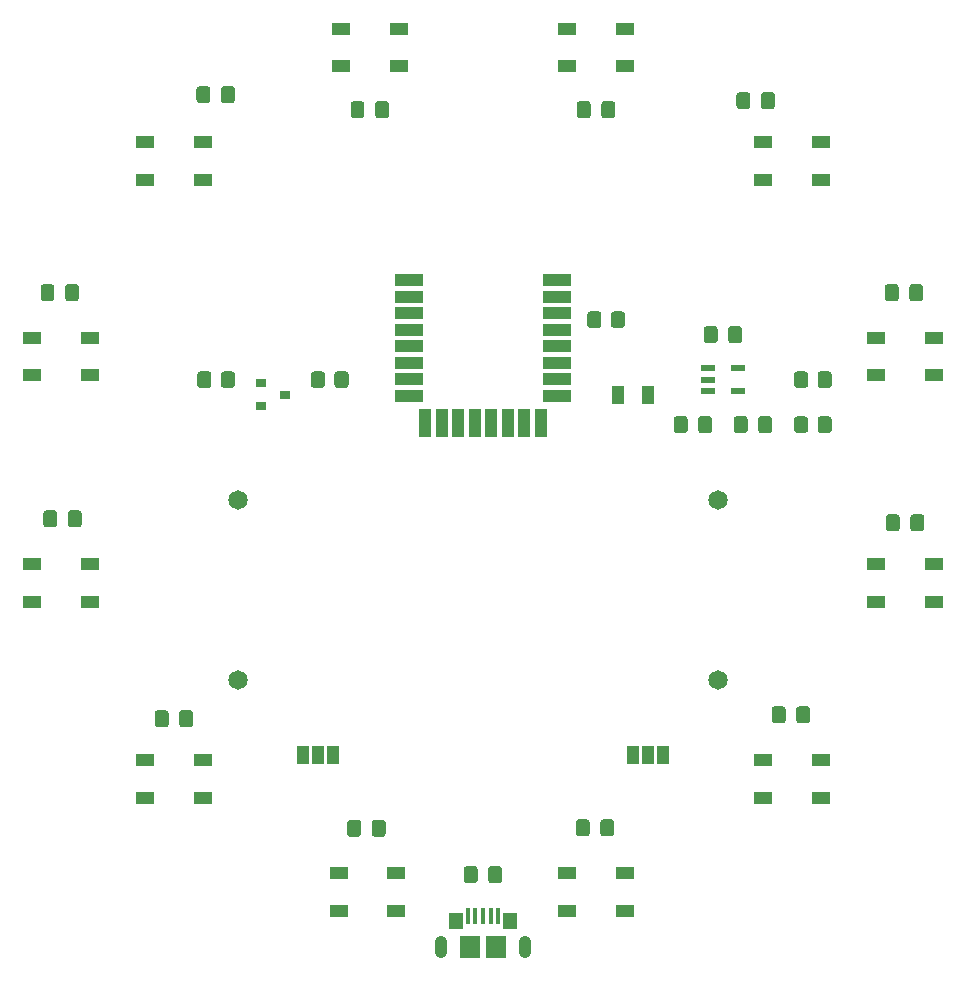
<source format=gbr>
%TF.GenerationSoftware,KiCad,Pcbnew,(5.1.10)-1*%
%TF.CreationDate,2022-01-27T09:42:42-08:00*%
%TF.ProjectId,Hive PCB v0.1,48697665-2050-4434-9220-76302e312e6b,rev?*%
%TF.SameCoordinates,Original*%
%TF.FileFunction,Soldermask,Top*%
%TF.FilePolarity,Negative*%
%FSLAX46Y46*%
G04 Gerber Fmt 4.6, Leading zero omitted, Abs format (unit mm)*
G04 Created by KiCad (PCBNEW (5.1.10)-1) date 2022-01-27 09:42:42*
%MOMM*%
%LPD*%
G01*
G04 APERTURE LIST*
%ADD10R,2.450000X1.000000*%
%ADD11R,1.000000X2.450000*%
%ADD12R,1.000000X1.500000*%
%ADD13C,1.651000*%
%ADD14R,1.500000X1.000000*%
%ADD15R,1.150000X1.450000*%
%ADD16O,1.050000X1.900000*%
%ADD17R,1.750000X1.900000*%
%ADD18R,0.400000X1.400000*%
%ADD19R,0.900000X0.800000*%
%ADD20R,1.200000X0.600000*%
G04 APERTURE END LIST*
D10*
%TO.C,UWB_Module*%
X146000000Y-85561200D03*
X146000000Y-86961200D03*
X146000000Y-88361200D03*
X146000000Y-89761200D03*
X146000000Y-91161200D03*
X146000000Y-92561200D03*
X146000000Y-93960000D03*
X146000000Y-95360000D03*
D11*
X144600000Y-97656200D03*
X143200000Y-97656200D03*
X141800000Y-97656200D03*
X140400000Y-97656200D03*
X139000000Y-97656200D03*
X137600000Y-97656200D03*
X136200000Y-97656200D03*
X134800000Y-97656200D03*
D10*
X133400000Y-95361200D03*
X133400000Y-93961200D03*
X133400000Y-92561200D03*
X133400000Y-91161200D03*
X133400000Y-89761200D03*
X133400000Y-88361200D03*
X133400000Y-86961200D03*
X133400000Y-85561200D03*
%TD*%
D12*
%TO.C,JP2*%
X152370000Y-125730000D03*
X153670000Y-125730000D03*
X154970000Y-125730000D03*
%TD*%
%TO.C,JP1*%
X124430000Y-125730000D03*
X125730000Y-125730000D03*
X127030000Y-125730000D03*
%TD*%
D13*
%TO.C,Arduino_Nano_33*%
X118970000Y-119380000D03*
X118970000Y-104140000D03*
X159610000Y-104140000D03*
X159610000Y-119380000D03*
%TD*%
%TO.C,C1*%
G36*
G01*
X147651304Y-71595000D02*
X147651304Y-70645000D01*
G75*
G02*
X147901304Y-70395000I250000J0D01*
G01*
X148576304Y-70395000D01*
G75*
G02*
X148826304Y-70645000I0J-250000D01*
G01*
X148826304Y-71595000D01*
G75*
G02*
X148576304Y-71845000I-250000J0D01*
G01*
X147901304Y-71845000D01*
G75*
G02*
X147651304Y-71595000I0J250000D01*
G01*
G37*
G36*
G01*
X149726304Y-71595000D02*
X149726304Y-70645000D01*
G75*
G02*
X149976304Y-70395000I250000J0D01*
G01*
X150651304Y-70395000D01*
G75*
G02*
X150901304Y-70645000I0J-250000D01*
G01*
X150901304Y-71595000D01*
G75*
G02*
X150651304Y-71845000I-250000J0D01*
G01*
X149976304Y-71845000D01*
G75*
G02*
X149726304Y-71595000I0J250000D01*
G01*
G37*
%TD*%
%TO.C,C2*%
G36*
G01*
X161167500Y-70832050D02*
X161167500Y-69882050D01*
G75*
G02*
X161417500Y-69632050I250000J0D01*
G01*
X162092500Y-69632050D01*
G75*
G02*
X162342500Y-69882050I0J-250000D01*
G01*
X162342500Y-70832050D01*
G75*
G02*
X162092500Y-71082050I-250000J0D01*
G01*
X161417500Y-71082050D01*
G75*
G02*
X161167500Y-70832050I0J250000D01*
G01*
G37*
G36*
G01*
X163242500Y-70832050D02*
X163242500Y-69882050D01*
G75*
G02*
X163492500Y-69632050I250000J0D01*
G01*
X164167500Y-69632050D01*
G75*
G02*
X164417500Y-69882050I0J-250000D01*
G01*
X164417500Y-70832050D01*
G75*
G02*
X164167500Y-71082050I-250000J0D01*
G01*
X163492500Y-71082050D01*
G75*
G02*
X163242500Y-70832050I0J250000D01*
G01*
G37*
%TD*%
%TO.C,C3*%
G36*
G01*
X175799255Y-87088696D02*
X175799255Y-86138696D01*
G75*
G02*
X176049255Y-85888696I250000J0D01*
G01*
X176724255Y-85888696D01*
G75*
G02*
X176974255Y-86138696I0J-250000D01*
G01*
X176974255Y-87088696D01*
G75*
G02*
X176724255Y-87338696I-250000J0D01*
G01*
X176049255Y-87338696D01*
G75*
G02*
X175799255Y-87088696I0J250000D01*
G01*
G37*
G36*
G01*
X173724255Y-87088696D02*
X173724255Y-86138696D01*
G75*
G02*
X173974255Y-85888696I250000J0D01*
G01*
X174649255Y-85888696D01*
G75*
G02*
X174899255Y-86138696I0J-250000D01*
G01*
X174899255Y-87088696D01*
G75*
G02*
X174649255Y-87338696I-250000J0D01*
G01*
X173974255Y-87338696D01*
G75*
G02*
X173724255Y-87088696I0J250000D01*
G01*
G37*
%TD*%
%TO.C,C4*%
G36*
G01*
X173814255Y-106571304D02*
X173814255Y-105621304D01*
G75*
G02*
X174064255Y-105371304I250000J0D01*
G01*
X174739255Y-105371304D01*
G75*
G02*
X174989255Y-105621304I0J-250000D01*
G01*
X174989255Y-106571304D01*
G75*
G02*
X174739255Y-106821304I-250000J0D01*
G01*
X174064255Y-106821304D01*
G75*
G02*
X173814255Y-106571304I0J250000D01*
G01*
G37*
G36*
G01*
X175889255Y-106571304D02*
X175889255Y-105621304D01*
G75*
G02*
X176139255Y-105371304I250000J0D01*
G01*
X176814255Y-105371304D01*
G75*
G02*
X177064255Y-105621304I0J-250000D01*
G01*
X177064255Y-106571304D01*
G75*
G02*
X176814255Y-106821304I-250000J0D01*
G01*
X176139255Y-106821304D01*
G75*
G02*
X175889255Y-106571304I0J250000D01*
G01*
G37*
%TD*%
%TO.C,C5*%
G36*
G01*
X166222950Y-122827950D02*
X166222950Y-121877950D01*
G75*
G02*
X166472950Y-121627950I250000J0D01*
G01*
X167147950Y-121627950D01*
G75*
G02*
X167397950Y-121877950I0J-250000D01*
G01*
X167397950Y-122827950D01*
G75*
G02*
X167147950Y-123077950I-250000J0D01*
G01*
X166472950Y-123077950D01*
G75*
G02*
X166222950Y-122827950I0J250000D01*
G01*
G37*
G36*
G01*
X164147950Y-122827950D02*
X164147950Y-121877950D01*
G75*
G02*
X164397950Y-121627950I250000J0D01*
G01*
X165072950Y-121627950D01*
G75*
G02*
X165322950Y-121877950I0J-250000D01*
G01*
X165322950Y-122827950D01*
G75*
G02*
X165072950Y-123077950I-250000J0D01*
G01*
X164397950Y-123077950D01*
G75*
G02*
X164147950Y-122827950I0J250000D01*
G01*
G37*
%TD*%
%TO.C,C6*%
G36*
G01*
X147561304Y-132404255D02*
X147561304Y-131454255D01*
G75*
G02*
X147811304Y-131204255I250000J0D01*
G01*
X148486304Y-131204255D01*
G75*
G02*
X148736304Y-131454255I0J-250000D01*
G01*
X148736304Y-132404255D01*
G75*
G02*
X148486304Y-132654255I-250000J0D01*
G01*
X147811304Y-132654255D01*
G75*
G02*
X147561304Y-132404255I0J250000D01*
G01*
G37*
G36*
G01*
X149636304Y-132404255D02*
X149636304Y-131454255D01*
G75*
G02*
X149886304Y-131204255I250000J0D01*
G01*
X150561304Y-131204255D01*
G75*
G02*
X150811304Y-131454255I0J-250000D01*
G01*
X150811304Y-132404255D01*
G75*
G02*
X150561304Y-132654255I-250000J0D01*
G01*
X149886304Y-132654255D01*
G75*
G02*
X149636304Y-132404255I0J250000D01*
G01*
G37*
%TD*%
%TO.C,C7*%
G36*
G01*
X128213375Y-132441328D02*
X128213375Y-131491328D01*
G75*
G02*
X128463375Y-131241328I250000J0D01*
G01*
X129138375Y-131241328D01*
G75*
G02*
X129388375Y-131491328I0J-250000D01*
G01*
X129388375Y-132441328D01*
G75*
G02*
X129138375Y-132691328I-250000J0D01*
G01*
X128463375Y-132691328D01*
G75*
G02*
X128213375Y-132441328I0J250000D01*
G01*
G37*
G36*
G01*
X130288375Y-132441328D02*
X130288375Y-131491328D01*
G75*
G02*
X130538375Y-131241328I250000J0D01*
G01*
X131213375Y-131241328D01*
G75*
G02*
X131463375Y-131491328I0J-250000D01*
G01*
X131463375Y-132441328D01*
G75*
G02*
X131213375Y-132691328I-250000J0D01*
G01*
X130538375Y-132691328D01*
G75*
G02*
X130288375Y-132441328I0J250000D01*
G01*
G37*
%TD*%
%TO.C,C8*%
G36*
G01*
X113987050Y-123157950D02*
X113987050Y-122207950D01*
G75*
G02*
X114237050Y-121957950I250000J0D01*
G01*
X114912050Y-121957950D01*
G75*
G02*
X115162050Y-122207950I0J-250000D01*
G01*
X115162050Y-123157950D01*
G75*
G02*
X114912050Y-123407950I-250000J0D01*
G01*
X114237050Y-123407950D01*
G75*
G02*
X113987050Y-123157950I0J250000D01*
G01*
G37*
G36*
G01*
X111912050Y-123157950D02*
X111912050Y-122207950D01*
G75*
G02*
X112162050Y-121957950I250000J0D01*
G01*
X112837050Y-121957950D01*
G75*
G02*
X113087050Y-122207950I0J-250000D01*
G01*
X113087050Y-123157950D01*
G75*
G02*
X112837050Y-123407950I-250000J0D01*
G01*
X112162050Y-123407950D01*
G75*
G02*
X111912050Y-123157950I0J250000D01*
G01*
G37*
%TD*%
%TO.C,C9*%
G36*
G01*
X104553245Y-106241304D02*
X104553245Y-105291304D01*
G75*
G02*
X104803245Y-105041304I250000J0D01*
G01*
X105478245Y-105041304D01*
G75*
G02*
X105728245Y-105291304I0J-250000D01*
G01*
X105728245Y-106241304D01*
G75*
G02*
X105478245Y-106491304I-250000J0D01*
G01*
X104803245Y-106491304D01*
G75*
G02*
X104553245Y-106241304I0J250000D01*
G01*
G37*
G36*
G01*
X102478245Y-106241304D02*
X102478245Y-105291304D01*
G75*
G02*
X102728245Y-105041304I250000J0D01*
G01*
X103403245Y-105041304D01*
G75*
G02*
X103653245Y-105291304I0J-250000D01*
G01*
X103653245Y-106241304D01*
G75*
G02*
X103403245Y-106491304I-250000J0D01*
G01*
X102728245Y-106491304D01*
G75*
G02*
X102478245Y-106241304I0J250000D01*
G01*
G37*
%TD*%
%TO.C,C10*%
G36*
G01*
X102245745Y-87088696D02*
X102245745Y-86138696D01*
G75*
G02*
X102495745Y-85888696I250000J0D01*
G01*
X103170745Y-85888696D01*
G75*
G02*
X103420745Y-86138696I0J-250000D01*
G01*
X103420745Y-87088696D01*
G75*
G02*
X103170745Y-87338696I-250000J0D01*
G01*
X102495745Y-87338696D01*
G75*
G02*
X102245745Y-87088696I0J250000D01*
G01*
G37*
G36*
G01*
X104320745Y-87088696D02*
X104320745Y-86138696D01*
G75*
G02*
X104570745Y-85888696I250000J0D01*
G01*
X105245745Y-85888696D01*
G75*
G02*
X105495745Y-86138696I0J-250000D01*
G01*
X105495745Y-87088696D01*
G75*
G02*
X105245745Y-87338696I-250000J0D01*
G01*
X104570745Y-87338696D01*
G75*
G02*
X104320745Y-87088696I0J250000D01*
G01*
G37*
%TD*%
%TO.C,C11*%
G36*
G01*
X117522500Y-70325000D02*
X117522500Y-69375000D01*
G75*
G02*
X117772500Y-69125000I250000J0D01*
G01*
X118447500Y-69125000D01*
G75*
G02*
X118697500Y-69375000I0J-250000D01*
G01*
X118697500Y-70325000D01*
G75*
G02*
X118447500Y-70575000I-250000J0D01*
G01*
X117772500Y-70575000D01*
G75*
G02*
X117522500Y-70325000I0J250000D01*
G01*
G37*
G36*
G01*
X115447500Y-70325000D02*
X115447500Y-69375000D01*
G75*
G02*
X115697500Y-69125000I250000J0D01*
G01*
X116372500Y-69125000D01*
G75*
G02*
X116622500Y-69375000I0J-250000D01*
G01*
X116622500Y-70325000D01*
G75*
G02*
X116372500Y-70575000I-250000J0D01*
G01*
X115697500Y-70575000D01*
G75*
G02*
X115447500Y-70325000I0J250000D01*
G01*
G37*
%TD*%
%TO.C,C12*%
G36*
G01*
X128498696Y-71595000D02*
X128498696Y-70645000D01*
G75*
G02*
X128748696Y-70395000I250000J0D01*
G01*
X129423696Y-70395000D01*
G75*
G02*
X129673696Y-70645000I0J-250000D01*
G01*
X129673696Y-71595000D01*
G75*
G02*
X129423696Y-71845000I-250000J0D01*
G01*
X128748696Y-71845000D01*
G75*
G02*
X128498696Y-71595000I0J250000D01*
G01*
G37*
G36*
G01*
X130573696Y-71595000D02*
X130573696Y-70645000D01*
G75*
G02*
X130823696Y-70395000I250000J0D01*
G01*
X131498696Y-70395000D01*
G75*
G02*
X131748696Y-70645000I0J-250000D01*
G01*
X131748696Y-71595000D01*
G75*
G02*
X131498696Y-71845000I-250000J0D01*
G01*
X130823696Y-71845000D01*
G75*
G02*
X130573696Y-71595000I0J250000D01*
G01*
G37*
%TD*%
%TO.C,C13*%
G36*
G01*
X158395000Y-90645000D02*
X158395000Y-89695000D01*
G75*
G02*
X158645000Y-89445000I250000J0D01*
G01*
X159320000Y-89445000D01*
G75*
G02*
X159570000Y-89695000I0J-250000D01*
G01*
X159570000Y-90645000D01*
G75*
G02*
X159320000Y-90895000I-250000J0D01*
G01*
X158645000Y-90895000D01*
G75*
G02*
X158395000Y-90645000I0J250000D01*
G01*
G37*
G36*
G01*
X160470000Y-90645000D02*
X160470000Y-89695000D01*
G75*
G02*
X160720000Y-89445000I250000J0D01*
G01*
X161395000Y-89445000D01*
G75*
G02*
X161645000Y-89695000I0J-250000D01*
G01*
X161645000Y-90645000D01*
G75*
G02*
X161395000Y-90895000I-250000J0D01*
G01*
X160720000Y-90895000D01*
G75*
G02*
X160470000Y-90645000I0J250000D01*
G01*
G37*
%TD*%
%TO.C,C14*%
G36*
G01*
X155855000Y-98265000D02*
X155855000Y-97315000D01*
G75*
G02*
X156105000Y-97065000I250000J0D01*
G01*
X156780000Y-97065000D01*
G75*
G02*
X157030000Y-97315000I0J-250000D01*
G01*
X157030000Y-98265000D01*
G75*
G02*
X156780000Y-98515000I-250000J0D01*
G01*
X156105000Y-98515000D01*
G75*
G02*
X155855000Y-98265000I0J250000D01*
G01*
G37*
G36*
G01*
X157930000Y-98265000D02*
X157930000Y-97315000D01*
G75*
G02*
X158180000Y-97065000I250000J0D01*
G01*
X158855000Y-97065000D01*
G75*
G02*
X159105000Y-97315000I0J-250000D01*
G01*
X159105000Y-98265000D01*
G75*
G02*
X158855000Y-98515000I-250000J0D01*
G01*
X158180000Y-98515000D01*
G75*
G02*
X157930000Y-98265000I0J250000D01*
G01*
G37*
%TD*%
%TO.C,C15*%
G36*
G01*
X160935000Y-98265000D02*
X160935000Y-97315000D01*
G75*
G02*
X161185000Y-97065000I250000J0D01*
G01*
X161860000Y-97065000D01*
G75*
G02*
X162110000Y-97315000I0J-250000D01*
G01*
X162110000Y-98265000D01*
G75*
G02*
X161860000Y-98515000I-250000J0D01*
G01*
X161185000Y-98515000D01*
G75*
G02*
X160935000Y-98265000I0J250000D01*
G01*
G37*
G36*
G01*
X163010000Y-98265000D02*
X163010000Y-97315000D01*
G75*
G02*
X163260000Y-97065000I250000J0D01*
G01*
X163935000Y-97065000D01*
G75*
G02*
X164185000Y-97315000I0J-250000D01*
G01*
X164185000Y-98265000D01*
G75*
G02*
X163935000Y-98515000I-250000J0D01*
G01*
X163260000Y-98515000D01*
G75*
G02*
X163010000Y-98265000I0J250000D01*
G01*
G37*
%TD*%
%TO.C,C16*%
G36*
G01*
X140150000Y-136365000D02*
X140150000Y-135415000D01*
G75*
G02*
X140400000Y-135165000I250000J0D01*
G01*
X141075000Y-135165000D01*
G75*
G02*
X141325000Y-135415000I0J-250000D01*
G01*
X141325000Y-136365000D01*
G75*
G02*
X141075000Y-136615000I-250000J0D01*
G01*
X140400000Y-136615000D01*
G75*
G02*
X140150000Y-136365000I0J250000D01*
G01*
G37*
G36*
G01*
X138075000Y-136365000D02*
X138075000Y-135415000D01*
G75*
G02*
X138325000Y-135165000I250000J0D01*
G01*
X139000000Y-135165000D01*
G75*
G02*
X139250000Y-135415000I0J-250000D01*
G01*
X139250000Y-136365000D01*
G75*
G02*
X139000000Y-136615000I-250000J0D01*
G01*
X138325000Y-136615000D01*
G75*
G02*
X138075000Y-136365000I0J250000D01*
G01*
G37*
%TD*%
D14*
%TO.C,D1*%
X146826304Y-64260745D03*
X146826304Y-67460745D03*
X151726304Y-64260745D03*
X151726304Y-67460745D03*
%TD*%
%TO.C,D2*%
X168312950Y-77037050D03*
X168312950Y-73837050D03*
X163412950Y-77037050D03*
X163412950Y-73837050D03*
%TD*%
%TO.C,D3*%
X172989255Y-90423696D03*
X172989255Y-93623696D03*
X177889255Y-90423696D03*
X177889255Y-93623696D03*
%TD*%
%TO.C,D4*%
X177889255Y-112776304D03*
X177889255Y-109576304D03*
X172989255Y-112776304D03*
X172989255Y-109576304D03*
%TD*%
%TO.C,D5*%
X163412950Y-126162950D03*
X163412950Y-129362950D03*
X168312950Y-126162950D03*
X168312950Y-129362950D03*
%TD*%
%TO.C,D6*%
X151726304Y-138939255D03*
X151726304Y-135739255D03*
X146826304Y-138939255D03*
X146826304Y-135739255D03*
%TD*%
%TO.C,D7*%
X132378375Y-138976328D03*
X132378375Y-135776328D03*
X127478375Y-138976328D03*
X127478375Y-135776328D03*
%TD*%
%TO.C,D8*%
X111087050Y-126162950D03*
X111087050Y-129362950D03*
X115987050Y-126162950D03*
X115987050Y-129362950D03*
%TD*%
%TO.C,D9*%
X106410745Y-112776304D03*
X106410745Y-109576304D03*
X101510745Y-112776304D03*
X101510745Y-109576304D03*
%TD*%
%TO.C,D10*%
X106410745Y-93623696D03*
X106410745Y-90423696D03*
X101510745Y-93623696D03*
X101510745Y-90423696D03*
%TD*%
%TO.C,D11*%
X111087050Y-73837050D03*
X111087050Y-77037050D03*
X115987050Y-73837050D03*
X115987050Y-77037050D03*
%TD*%
%TO.C,D12*%
X132573696Y-67460745D03*
X132573696Y-64260745D03*
X127673696Y-67460745D03*
X127673696Y-64260745D03*
%TD*%
D15*
%TO.C,J1*%
X137380000Y-139813000D03*
X142020000Y-139813000D03*
D16*
X143275000Y-142043000D03*
X136125000Y-142043000D03*
D17*
X138575000Y-142043000D03*
D18*
X139700000Y-139393000D03*
X140350000Y-139393000D03*
X141000000Y-139393000D03*
X138400000Y-139393000D03*
X139050000Y-139393000D03*
D17*
X140825000Y-142043000D03*
%TD*%
D12*
%TO.C,L1*%
X153650000Y-95250000D03*
X151150000Y-95250000D03*
%TD*%
D19*
%TO.C,Q1*%
X122920000Y-95250000D03*
X120920000Y-96200000D03*
X120920000Y-94300000D03*
%TD*%
%TO.C,R1*%
G36*
G01*
X150530000Y-89350001D02*
X150530000Y-88449999D01*
G75*
G02*
X150779999Y-88200000I249999J0D01*
G01*
X151480001Y-88200000D01*
G75*
G02*
X151730000Y-88449999I0J-249999D01*
G01*
X151730000Y-89350001D01*
G75*
G02*
X151480001Y-89600000I-249999J0D01*
G01*
X150779999Y-89600000D01*
G75*
G02*
X150530000Y-89350001I0J249999D01*
G01*
G37*
G36*
G01*
X148530000Y-89350001D02*
X148530000Y-88449999D01*
G75*
G02*
X148779999Y-88200000I249999J0D01*
G01*
X149480001Y-88200000D01*
G75*
G02*
X149730000Y-88449999I0J-249999D01*
G01*
X149730000Y-89350001D01*
G75*
G02*
X149480001Y-89600000I-249999J0D01*
G01*
X148779999Y-89600000D01*
G75*
G02*
X148530000Y-89350001I0J249999D01*
G01*
G37*
%TD*%
%TO.C,R2*%
G36*
G01*
X166040000Y-94430001D02*
X166040000Y-93529999D01*
G75*
G02*
X166289999Y-93280000I249999J0D01*
G01*
X166990001Y-93280000D01*
G75*
G02*
X167240000Y-93529999I0J-249999D01*
G01*
X167240000Y-94430001D01*
G75*
G02*
X166990001Y-94680000I-249999J0D01*
G01*
X166289999Y-94680000D01*
G75*
G02*
X166040000Y-94430001I0J249999D01*
G01*
G37*
G36*
G01*
X168040000Y-94430001D02*
X168040000Y-93529999D01*
G75*
G02*
X168289999Y-93280000I249999J0D01*
G01*
X168990001Y-93280000D01*
G75*
G02*
X169240000Y-93529999I0J-249999D01*
G01*
X169240000Y-94430001D01*
G75*
G02*
X168990001Y-94680000I-249999J0D01*
G01*
X168289999Y-94680000D01*
G75*
G02*
X168040000Y-94430001I0J249999D01*
G01*
G37*
%TD*%
%TO.C,R3*%
G36*
G01*
X168040000Y-98240001D02*
X168040000Y-97339999D01*
G75*
G02*
X168289999Y-97090000I249999J0D01*
G01*
X168990001Y-97090000D01*
G75*
G02*
X169240000Y-97339999I0J-249999D01*
G01*
X169240000Y-98240001D01*
G75*
G02*
X168990001Y-98490000I-249999J0D01*
G01*
X168289999Y-98490000D01*
G75*
G02*
X168040000Y-98240001I0J249999D01*
G01*
G37*
G36*
G01*
X166040000Y-98240001D02*
X166040000Y-97339999D01*
G75*
G02*
X166289999Y-97090000I249999J0D01*
G01*
X166990001Y-97090000D01*
G75*
G02*
X167240000Y-97339999I0J-249999D01*
G01*
X167240000Y-98240001D01*
G75*
G02*
X166990001Y-98490000I-249999J0D01*
G01*
X166289999Y-98490000D01*
G75*
G02*
X166040000Y-98240001I0J249999D01*
G01*
G37*
%TD*%
%TO.C,R4*%
G36*
G01*
X117510000Y-94430001D02*
X117510000Y-93529999D01*
G75*
G02*
X117759999Y-93280000I249999J0D01*
G01*
X118460001Y-93280000D01*
G75*
G02*
X118710000Y-93529999I0J-249999D01*
G01*
X118710000Y-94430001D01*
G75*
G02*
X118460001Y-94680000I-249999J0D01*
G01*
X117759999Y-94680000D01*
G75*
G02*
X117510000Y-94430001I0J249999D01*
G01*
G37*
G36*
G01*
X115510000Y-94430001D02*
X115510000Y-93529999D01*
G75*
G02*
X115759999Y-93280000I249999J0D01*
G01*
X116460001Y-93280000D01*
G75*
G02*
X116710000Y-93529999I0J-249999D01*
G01*
X116710000Y-94430001D01*
G75*
G02*
X116460001Y-94680000I-249999J0D01*
G01*
X115759999Y-94680000D01*
G75*
G02*
X115510000Y-94430001I0J249999D01*
G01*
G37*
%TD*%
%TO.C,R5*%
G36*
G01*
X125130000Y-94430001D02*
X125130000Y-93529999D01*
G75*
G02*
X125379999Y-93280000I249999J0D01*
G01*
X126080001Y-93280000D01*
G75*
G02*
X126330000Y-93529999I0J-249999D01*
G01*
X126330000Y-94430001D01*
G75*
G02*
X126080001Y-94680000I-249999J0D01*
G01*
X125379999Y-94680000D01*
G75*
G02*
X125130000Y-94430001I0J249999D01*
G01*
G37*
G36*
G01*
X127130000Y-94430001D02*
X127130000Y-93529999D01*
G75*
G02*
X127379999Y-93280000I249999J0D01*
G01*
X128080001Y-93280000D01*
G75*
G02*
X128330000Y-93529999I0J-249999D01*
G01*
X128330000Y-94430001D01*
G75*
G02*
X128080001Y-94680000I-249999J0D01*
G01*
X127379999Y-94680000D01*
G75*
G02*
X127130000Y-94430001I0J249999D01*
G01*
G37*
%TD*%
D20*
%TO.C,VREG1*%
X161320000Y-93030000D03*
X161320000Y-94930000D03*
X158720000Y-94930000D03*
X158720000Y-93980000D03*
X158720000Y-93030000D03*
%TD*%
M02*

</source>
